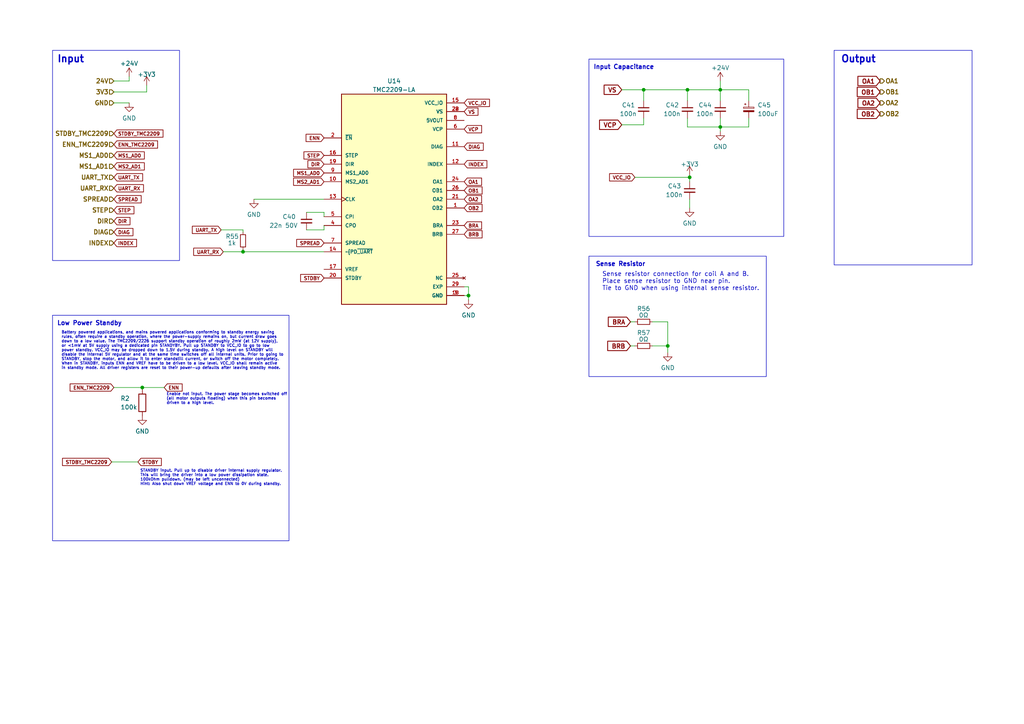
<source format=kicad_sch>
(kicad_sch (version 20230121) (generator eeschema)
  (paper "A4")
  (lib_symbols
    (symbol "Device:C_Polarized_Small" (pin_numbers hide) (pin_names (offset 0.254) hide)
      (property "Reference" "C" (at 0.254 1.778 0))
      (property "Value" "C_Polarized_Small" (at 0.254 -2.032 0))
      (symbol "C_Polarized_Small_0_1"
        (rectangle (start -1.524 -0.3048) (end 1.524 -0.6858) (fill (type outline)))
        (rectangle (start -1.524 0.6858) (end 1.524 0.3048))
        (polyline (pts (xy -1.27 1.524) (xy -0.762 1.524)))
        (polyline (pts (xy -1.016 1.27) (xy -1.016 1.778)))
      )
      (symbol "C_Polarized_Small_1_1"
        (pin passive line (at 0 2.54 270) (length 1.8542) (name "~") (number "1"))
        (pin passive line (at 0 -2.54 90) (length 1.8542) (name "~") (number "2"))
      )
    )
    (symbol "Device:C_Small" (pin_numbers hide) (pin_names (offset 0.254) hide)
      (property "Reference" "C" (at 0.254 1.778 0))
      (property "Value" "C_Small" (at 0.254 -2.032 0))
      (symbol "C_Small_0_1"
        (polyline (pts (xy -1.524 -0.508) (xy 1.524 -0.508)) (stroke (width 0.3302)))
        (polyline (pts (xy -1.524 0.508) (xy 1.524 0.508)) (stroke (width 0.3048)))
      )
      (symbol "C_Small_1_1"
        (pin passive line (at 0 2.54 270) (length 2.032) (name "~") (number "1"))
        (pin passive line (at 0 -2.54 90) (length 2.032) (name "~") (number "2"))
      )
    )
    (symbol "Device:R" (pin_numbers hide) (pin_names (offset 0))
      (property "Reference" "R" (at 2.032 0 90))
      (property "Value" "R" (at 0 0 90))
      (symbol "R_0_1"
        (rectangle (start -1.016 -2.54) (end 1.016 2.54) (stroke (width 0.254)))
      )
      (symbol "R_1_1"
        (pin passive line (at 0 3.81 270) (length 1.27) (name "~") (number "1"))
        (pin passive line (at 0 -3.81 90) (length 1.27) (name "~") (number "2"))
      )
    )
    (symbol "Device:R_Small" (pin_numbers hide) (pin_names (offset 0.254) hide)
      (property "Reference" "R" (at 0.762 0.508 0))
      (property "Value" "R_Small" (at 0.762 -1.016 0))
      (symbol "R_Small_0_1"
        (rectangle (start -0.762 1.778) (end 0.762 -1.778) (stroke (width 0.2032)))
      )
      (symbol "R_Small_1_1"
        (pin passive line (at 0 2.54 270) (length 0.762) (name "~") (number "1"))
        (pin passive line (at 0 -2.54 90) (length 0.762) (name "~") (number "2"))
      )
    )
    (symbol "TMC2209-LA:TMC2209-LA" (pin_names (offset 1.016))
      (property "Reference" "U" (at -15.24 30.48 0))
      (property "Value" "TMC2209-LA" (at -15.24 -33.02 0))
      (symbol "TMC2209-LA_0_0"
        (rectangle (start -15.24 -30.48) (end 15.24 30.48) (stroke (width 0.254)) (fill (type background)))
        (pin output line (at 20.32 -2.54 180) (length 5.08) (name "OB2") (number "1"))
        (pin input line (at -20.32 5.08 0) (length 5.08) (name "MS2_AD1") (number "10"))
        (pin output line (at 20.32 15.24 180) (length 5.08) (name "DIAG") (number "11"))
        (pin output line (at 20.32 10.16 180) (length 5.08) (name "INDEX") (number "12"))
        (pin input clock (at -20.32 0 0) (length 5.08) (name "CLK") (number "13"))
        (pin bidirectional line (at -20.32 -15.24 0) (length 5.08) (name "~{PD~{_UART}") (number "14"))
        (pin power_in line (at 20.32 27.94 180) (length 5.08) (name "VCC_IO") (number "15"))
        (pin input line (at -20.32 12.7 0) (length 5.08) (name "STEP") (number "16"))
        (pin input line (at -20.32 -20.32 0) (length 5.08) (name "VREF") (number "17"))
        (pin power_in line (at 20.32 -27.94 180) (length 5.08) (name "GND") (number "18"))
        (pin input line (at -20.32 10.16 0) (length 5.08) (name "DIR") (number "19"))
        (pin input line (at -20.32 17.78 0) (length 5.08) (name "~{EN}") (number "2"))
        (pin input line (at -20.32 -22.86 0) (length 5.08) (name "STDBY") (number "20"))
        (pin output line (at 20.32 0 180) (length 5.08) (name "OA2") (number "21"))
        (pin power_in line (at 20.32 25.4 180) (length 5.08) (name "VS") (number "22"))
        (pin bidirectional line (at 20.32 -7.62 180) (length 5.08) (name "BRA") (number "23"))
        (pin output line (at 20.32 5.08 180) (length 5.08) (name "OA1") (number "24"))
        (pin no_connect line (at 20.32 -22.86 180) (length 5.08) (name "NC") (number "25"))
        (pin output line (at 20.32 2.54 180) (length 5.08) (name "OB1") (number "26"))
        (pin bidirectional line (at 20.32 -10.16 180) (length 5.08) (name "BRB") (number "27"))
        (pin power_in line (at 20.32 25.4 180) (length 5.08) (name "VS") (number "28"))
        (pin power_in line (at 20.32 -25.4 180) (length 5.08) (name "EXP") (number "29"))
        (pin power_in line (at 20.32 -27.94 180) (length 5.08) (name "GND") (number "3"))
        (pin output line (at -20.32 -7.62 0) (length 5.08) (name "CPO") (number "4"))
        (pin input line (at -20.32 -5.08 0) (length 5.08) (name "CPI") (number "5"))
        (pin power_in line (at 20.32 20.32 180) (length 5.08) (name "VCP") (number "6"))
        (pin input line (at -20.32 -12.7 0) (length 5.08) (name "SPREAD") (number "7"))
        (pin power_in line (at 20.32 22.86 180) (length 5.08) (name "5VOUT") (number "8"))
        (pin input line (at -20.32 7.62 0) (length 5.08) (name "MS1_AD0") (number "9"))
      )
    )
    (symbol "power:+24V" (power) (pin_names (offset 0))
      (property "Value" "+24V" (at 0 3.556 0))
      (symbol "+24V_0_1"
        (polyline (pts (xy -0.762 1.27) (xy 0 2.54)))
        (polyline (pts (xy 0 0) (xy 0 2.54)))
        (polyline (pts (xy 0 2.54) (xy 0.762 1.27)))
      )
      (symbol "+24V_1_1"
        (pin power_in line (at 0 0 90) (length 0) hide (name "+24V") (number "1"))
      )
    )
    (symbol "power:+3V3" (power) (pin_names (offset 0))
      (property "Value" "+3V3" (at 0 3.556 0))
      (symbol "+3V3_0_1"
        (polyline (pts (xy -0.762 1.27) (xy 0 2.54)))
        (polyline (pts (xy 0 0) (xy 0 2.54)))
        (polyline (pts (xy 0 2.54) (xy 0.762 1.27)))
      )
      (symbol "+3V3_1_1"
        (pin power_in line (at 0 0 90) (length 0) hide (name "+3V3") (number "1"))
      )
    )
    (symbol "power:GND" (power) (pin_names (offset 0))
      (property "Value" "GND" (at 0 -3.81 0))
      (symbol "GND_0_1"
        (polyline (pts (xy 0 0) (xy 0 -1.27) (xy 1.27 -1.27) (xy 0 -2.54) (xy -1.27 -1.27) (xy 0 -1.27)))
      )
      (symbol "GND_1_1"
        (pin power_in line (at 0 0 270) (length 0) hide (name "GND") (number "1"))
      )
    )
  )
  (junction (at 186.69 26.035))
  (junction (at 208.915 26.035))
  (junction (at 200.025 51.435))
  (junction (at 135.89 85.725))
  (junction (at 70.485 73.025))
  (junction (at 41.275 112.395))
  (junction (at 208.915 36.83))
  (junction (at 193.675 100.33))
  (junction (at 199.39 26.035))
  (wire (pts (xy 70.485 73.025) (xy 93.98 73.025)))
  (wire (pts (xy 208.915 34.29) (xy 208.915 36.83)))
  (wire (pts (xy 93.98 65.405) (xy 93.98 66.675)))
  (wire (pts (xy 135.89 85.725) (xy 134.62 85.725)))
  (wire (pts (xy 33.02 29.845) (xy 37.465 29.845)))
  (wire (pts (xy 70.485 66.675) (xy 64.135 66.675)))
  (wire (pts (xy 37.465 23.495) (xy 33.02 23.495)))
  (wire (pts (xy 184.15 51.435) (xy 200.025 51.435)))
  (wire (pts (xy 200.025 51.435) (xy 200.025 52.705)))
  (wire (pts (xy 93.98 61.595) (xy 93.98 62.865)))
  (wire (pts (xy 70.485 72.39) (xy 70.485 73.025)))
  (wire (pts (xy 93.98 66.675) (xy 88.9 66.675)))
  (wire (pts (xy 135.89 86.995) (xy 135.89 85.725)))
  (wire (pts (xy 208.915 26.035) (xy 208.915 29.21)))
  (wire (pts (xy 186.69 34.29) (xy 186.69 36.195)))
  (wire (pts (xy 193.675 100.33) (xy 193.675 102.235)))
  (wire (pts (xy 135.89 83.185) (xy 135.89 85.725)))
  (wire (pts (xy 199.39 34.29) (xy 199.39 36.83)))
  (wire (pts (xy 217.17 29.21) (xy 217.17 26.035)))
  (wire (pts (xy 64.77 73.025) (xy 70.485 73.025)))
  (wire (pts (xy 32.385 133.985) (xy 40.005 133.985)))
  (wire (pts (xy 200.025 57.785) (xy 200.025 60.325)))
  (wire (pts (xy 186.69 26.035) (xy 186.69 29.21)))
  (wire (pts (xy 193.675 93.345) (xy 193.675 100.33)))
  (wire (pts (xy 88.9 61.595) (xy 93.98 61.595)))
  (wire (pts (xy 208.915 36.83) (xy 217.17 36.83)))
  (wire (pts (xy 134.62 83.185) (xy 135.89 83.185)))
  (wire (pts (xy 42.545 24.765) (xy 42.545 26.67)))
  (wire (pts (xy 186.69 26.035) (xy 180.34 26.035)))
  (wire (pts (xy 199.39 29.21) (xy 199.39 26.035)))
  (wire (pts (xy 33.02 112.395) (xy 41.275 112.395)))
  (wire (pts (xy 208.915 23.495) (xy 208.915 26.035)))
  (wire (pts (xy 189.23 93.345) (xy 193.675 93.345)))
  (wire (pts (xy 41.275 112.395) (xy 47.625 112.395)))
  (wire (pts (xy 41.275 113.03) (xy 41.275 112.395)))
  (wire (pts (xy 199.39 36.83) (xy 208.915 36.83)))
  (wire (pts (xy 182.88 93.345) (xy 184.15 93.345)))
  (wire (pts (xy 199.39 26.035) (xy 186.69 26.035)))
  (wire (pts (xy 208.915 36.83) (xy 208.915 38.1)))
  (wire (pts (xy 189.23 100.33) (xy 193.675 100.33)))
  (wire (pts (xy 186.69 36.195) (xy 180.34 36.195)))
  (wire (pts (xy 33.02 26.67) (xy 42.545 26.67)))
  (wire (pts (xy 208.915 26.035) (xy 199.39 26.035)))
  (wire (pts (xy 217.17 36.83) (xy 217.17 34.29)))
  (wire (pts (xy 37.465 22.225) (xy 37.465 23.495)))
  (wire (pts (xy 182.88 100.33) (xy 184.15 100.33)))
  (wire (pts (xy 208.915 26.035) (xy 217.17 26.035)))
  (wire (pts (xy 200.025 51.435) (xy 200.025 50.8)))
  (wire (pts (xy 73.66 57.785) (xy 93.98 57.785)))
  (wire (pts (xy 70.485 67.31) (xy 70.485 66.675)))
  (rectangle (start 170.815 74.295) (end 222.25 109.22))
  (rectangle (start 241.935 14.605) (end 281.94 76.835))
  (rectangle (start 15.24 14.605) (end 52.07 75.565))
  (rectangle (start 170.815 17.145) (end 227.33 68.58))
  (rectangle (start 15.24 91.44) (end 83.82 156.845))
  (text "STANDBY input. Pull up to disable driver internal supply regulator.\nThis will bring the driver into a low power dissipation state.\n100kOhm pulldown. (may be left unconnected)\nHint: Also shut down VREF voltage and ENN to 0V during standby." (at 40.64 140.97 0) (effects (font (size 0.8 0.8)) (justify left bottom)))
  (text "Enable not input. The power stage becomes switched off\n(all motor outputs floating) when this pin becomes\ndriven to a high level." (at 48.26 117.475 0) (effects (font (size 0.8 0.8)) (justify left bottom)))
  (text "Output" (at 243.84 18.415 0) (effects (font (size 2 2) (thickness 0.4) bold) (justify left bottom)))
  (text "Input Capacitance" (at 172.085 20.32 0) (effects (font (size 1.27 1.27) bold) (justify left bottom)))
  (text "Input" (at 16.51 18.415 0) (effects (font (size 2 2) (thickness 0.4) bold) (justify left bottom)))
  (text "Battery powered applications, and mains powered applications conforming to standby energy saving\nrules, often require a standby operation, where the power-supply remains on, but current draw goes\ndown to a low value. The TMC2209/2226 support standby operation of roughly 2mW (at 12V supply),\nor <1mW at 5V supply using a dedicated pin STANDYBY. Pull up STANDBY to VCC_IO to go to low\npower standby. VCC_IO may be dropped down to 1.5V during standby. A high level on STANDBY will\ndisable the internal 5V regulator and at the same time switches off all internal units. Prior to going to\nSTANDBY, stop the motor, and allow it to enter standstill current, or switch off the motor completely.\nWhen in STANDBY, inputs ENN and VREF have to be driven to a low level. VCC_IO shall remain active\nin standby mode. All driver registers are reset to their power-up defaults after leaving standby mode." (at 17.78 107.315 0) (effects (font (size 0.8 0.8)) (justify left bottom)))
  (text "Low Power Standby" (at 16.51 94.615 0) (effects (font (size 1.27 1.27) bold) (justify left bottom)))
  (text "Sense Resistor" (at 172.72 77.47 0) (effects (font (size 1.27 1.27) bold) (justify left bottom)))
  (text "Sense resistor connection for coil A and B.\nPlace sense resistor to GND near pin.\nTie to GND when using internal sense resistor." (at 174.625 84.455 0) (effects (font (size 1.27 1.27)) (justify left bottom)))
  (global_label "VS" (shape input) (at 180.34 26.035 180) (effects (font bold)) (property "Intersheetrefs" "${INTERSHEET_REFS}" (effects hide)))
  (global_label "ENN" (shape input) (at 93.98 40.005 180) (effects (font (size 1 1) bold)) (property "Intersheetrefs" "${INTERSHEET_REFS}" (effects hide)))
  (global_label "DIAG" (shape input) (at 134.62 42.545 0) (effects (font (size 1 1) bold)) (property "Intersheetrefs" "${INTERSHEET_REFS}" (effects hide)))
  (global_label "UART_RX" (shape input) (at 33.02 54.61 0) (effects (font (size 1 1) bold)) (property "Intersheetrefs" "${INTERSHEET_REFS}" (effects hide)))
  (global_label "INDEX" (shape input) (at 134.62 47.625 0) (effects (font (size 1 1) bold)) (property "Intersheetrefs" "${INTERSHEET_REFS}" (effects hide)))
  (global_label "UART_TX" (shape input) (at 33.02 51.435 0) (effects (font (size 1 1) bold)) (property "Intersheetrefs" "${INTERSHEET_REFS}" (effects hide)))
  (global_label "BRB" (shape input) (at 182.88 100.33 180) (effects (font bold)) (property "Intersheetrefs" "${INTERSHEET_REFS}" (effects hide)))
  (global_label "DIAG" (shape input) (at 33.02 67.31 0) (effects (font (size 1 1) bold)) (property "Intersheetrefs" "${INTERSHEET_REFS}" (effects hide)))
  (global_label "OB2" (shape input) (at 255.27 33.02 180) (effects (font bold)) (property "Intersheetrefs" "${INTERSHEET_REFS}" (effects hide)))
  (global_label "VCP" (shape input) (at 134.62 37.465 0) (effects (font (size 1 1) bold)) (property "Intersheetrefs" "${INTERSHEET_REFS}" (effects hide)))
  (global_label "INDEX" (shape input) (at 33.02 70.485 0) (effects (font (size 1 1) bold)) (property "Intersheetrefs" "${INTERSHEET_REFS}" (effects hide)))
  (global_label "VCP" (shape input) (at 180.34 36.195 180) (effects (font bold)) (property "Intersheetrefs" "${INTERSHEET_REFS}" (effects hide)))
  (global_label "BRB" (shape input) (at 134.62 67.945 0) (effects (font (size 1 1) bold)) (property "Intersheetrefs" "${INTERSHEET_REFS}" (effects hide)))
  (global_label "STEP" (shape input) (at 33.02 60.96 0) (effects (font (size 1 1) bold)) (property "Intersheetrefs" "${INTERSHEET_REFS}" (effects hide)))
  (global_label "MS2_AD1" (shape input) (at 93.98 52.705 180) (effects (font (size 1 1) bold)) (property "Intersheetrefs" "${INTERSHEET_REFS}" (effects hide)))
  (global_label "BRA" (shape input) (at 182.88 93.345 180) (effects (font bold)) (property "Intersheetrefs" "${INTERSHEET_REFS}" (effects hide)))
  (global_label "UART_TX" (shape input) (at 64.135 66.675 180) (effects (font (size 1 1) bold)) (property "Intersheetrefs" "${INTERSHEET_REFS}" (effects hide)))
  (global_label "OA2" (shape input) (at 134.62 57.785 0) (effects (font (size 1 1) bold)) (property "Intersheetrefs" "${INTERSHEET_REFS}" (effects hide)))
  (global_label "OA1" (shape input) (at 134.62 52.705 0) (effects (font (size 1 1) bold)) (property "Intersheetrefs" "${INTERSHEET_REFS}" (effects hide)))
  (global_label "SPREAD" (shape input) (at 93.98 70.485 180) (effects (font (size 1 1) bold)) (property "Intersheetrefs" "${INTERSHEET_REFS}" (effects hide)))
  (global_label "ENN_TMC2209" (shape input) (at 33.02 112.395 180) (effects (font (size 1 1) bold)) (property "Intersheetrefs" "${INTERSHEET_REFS}" (effects hide)))
  (global_label "VS" (shape input) (at 134.62 32.385 0) (effects (font (size 1 1) bold)) (property "Intersheetrefs" "${INTERSHEET_REFS}" (effects hide)))
  (global_label "OA1" (shape input) (at 255.27 23.495 180) (effects (font bold)) (property "Intersheetrefs" "${INTERSHEET_REFS}" (effects hide)))
  (global_label "OA2" (shape input) (at 255.27 29.845 180) (effects (font bold)) (property "Intersheetrefs" "${INTERSHEET_REFS}" (effects hide)))
  (global_label "STDBY_TMC2209" (shape input) (at 32.385 133.985 180) (effects (font (size 1 1) bold)) (property "Intersheetrefs" "${INTERSHEET_REFS}" (effects hide)))
  (global_label "STDBY" (shape input) (at 40.005 133.985 0) (effects (font (size 1 1) bold)) (property "Intersheetrefs" "${INTERSHEET_REFS}" (effects hide)))
  (global_label "SPREAD" (shape input) (at 33.02 57.785 0) (effects (font (size 1 1) bold)) (property "Intersheetrefs" "${INTERSHEET_REFS}" (effects hide)))
  (global_label "ENN_TMC2209" (shape input) (at 33.02 41.91 0) (effects (font (size 1 1) bold)) (property "Intersheetrefs" "${INTERSHEET_REFS}" (effects hide)))
  (global_label "OB1" (shape input) (at 134.62 55.245 0) (effects (font (size 1 1) bold)) (property "Intersheetrefs" "${INTERSHEET_REFS}" (effects hide)))
  (global_label "STDBY_TMC2209" (shape input) (at 33.02 38.735 0) (effects (font (size 1 1) bold)) (property "Intersheetrefs" "${INTERSHEET_REFS}" (effects hide)))
  (global_label "VCC_IO" (shape input) (at 134.62 29.845 0) (effects (font (size 1 1) bold)) (property "Intersheetrefs" "${INTERSHEET_REFS}" (effects hide)))
  (global_label "MS1_AD0" (shape input) (at 33.02 45.085 0) (effects (font (size 1 1) bold)) (property "Intersheetrefs" "${INTERSHEET_REFS}" (effects hide)))
  (global_label "UART_RX" (shape input) (at 64.77 73.025 180) (effects (font (size 1 1) bold)) (property "Intersheetrefs" "${INTERSHEET_REFS}" (effects hide)))
  (global_label "OB1" (shape input) (at 255.27 26.67 180) (effects (font bold)) (property "Intersheetrefs" "${INTERSHEET_REFS}" (effects hide)))
  (global_label "VCC_IO" (shape input) (at 184.15 51.435 180) (effects (font (size 1 1) bold)) (property "Intersheetrefs" "${INTERSHEET_REFS}" (effects hide)))
  (global_label "DIR" (shape input) (at 93.98 47.625 180) (effects (font (size 1 1) bold)) (property "Intersheetrefs" "${INTERSHEET_REFS}" (effects hide)))
  (global_label "MS1_AD0" (shape input) (at 93.98 50.165 180) (effects (font (size 1 1) bold)) (property "Intersheetrefs" "${INTERSHEET_REFS}" (effects hide)))
  (global_label "STEP" (shape input) (at 93.98 45.085 180) (effects (font (size 1 1) bold)) (property "Intersheetrefs" "${INTERSHEET_REFS}" (effects hide)))
  (global_label "DIR" (shape input) (at 33.02 64.135 0) (effects (font (size 1 1) bold)) (property "Intersheetrefs" "${INTERSHEET_REFS}" (effects hide)))
  (global_label "STDBY" (shape input) (at 93.98 80.645 180) (effects (font (size 1 1) bold)) (property "Intersheetrefs" "${INTERSHEET_REFS}" (effects hide)))
  (global_label "BRA" (shape input) (at 134.62 65.405 0) (effects (font (size 1 1) bold)) (property "Intersheetrefs" "${INTERSHEET_REFS}" (effects hide)))
  (global_label "ENN" (shape input) (at 47.625 112.395 0) (effects (font (size 1 1) bold)) (property "Intersheetrefs" "${INTERSHEET_REFS}" (effects hide)))
  (global_label "MS2_AD1" (shape input) (at 33.02 48.26 0) (effects (font (size 1 1) bold)) (property "Intersheetrefs" "${INTERSHEET_REFS}" (effects hide)))
  (global_label "OB2" (shape input) (at 134.62 60.325 0) (effects (font (size 1 1) bold)) (property "Intersheetrefs" "${INTERSHEET_REFS}" (effects hide)))
  (hierarchical_label "DIAG" (shape input) (at 33.02 67.31 180) (effects (font bold)))
  (hierarchical_label "OA1" (shape output) (at 255.27 23.495 0) (effects (font bold)))
  (hierarchical_label "MS1_AD1" (shape input) (at 33.02 48.26 180) (effects (font bold)))
  (hierarchical_label "3V3" (shape input) (at 33.02 26.67 180) (effects (font bold)))
  (hierarchical_label "STEP" (shape input) (at 33.02 60.96 180) (effects (font bold)))
  (hierarchical_label "UART_TX" (shape input) (at 33.02 51.435 180) (effects (font bold)))
  (hierarchical_label "INDEX" (shape input) (at 33.02 70.485 180) (effects (font bold)))
  (hierarchical_label "STDBY_TMC2209" (shape input) (at 33.02 38.735 180) (effects (font bold)))
  (hierarchical_label "OA2" (shape output) (at 255.27 29.845 0) (effects (font bold)))
  (hierarchical_label "ENN_TMC2209" (shape input) (at 33.02 41.91 180) (effects (font bold)))
  (hierarchical_label "OB1" (shape output) (at 255.27 26.67 0) (effects (font bold)))
  (hierarchical_label "GND" (shape input) (at 33.02 29.845 180) (effects (font bold)))
  (hierarchical_label "UART_RX" (shape input) (at 33.02 54.61 180) (effects (font bold)))
  (hierarchical_label "24V" (shape input) (at 33.02 23.495 180) (effects (font bold)))
  (hierarchical_label "DIR" (shape input) (at 33.02 64.135 180) (effects (font bold)))
  (hierarchical_label "SPREAD" (shape input) (at 33.02 57.785 180) (effects (font bold)))
  (hierarchical_label "MS1_AD0" (shape input) (at 33.02 45.085 180) (effects (font bold)))
  (hierarchical_label "OB2" (shape output) (at 255.27 33.02 0) (effects (font bold)))
  (symbol (lib_id "power:+24V") (at 37.465 22.225 0) (unit 1)
    (property "Reference" "#PWR0111" (effects hide))
    (property "Value" "+24V" (at 37.465 18.415 0))
    (instances (project "Drawer_Controller" (path "" (reference "#PWR0132") (unit 1)) (path "" (reference "#PWR0120") (unit 1))))
  )
  (symbol (lib_id "Device:C_Small") (at 186.69 31.75 0) (unit 1)
    (property "Reference" "C38" (at 180.34 30.48 0) (effects (justify left)))
    (property "Value" "100n" (at 179.705 33.02 0) (effects (justify left)))
    (instances (project "Drawer_Controller" (path "" (reference "C41") (unit 1)) (path "" (reference "C35") (unit 1))))
  )
  (symbol (lib_id "Device:C_Small") (at 200.025 55.245 0) (unit 1)
    (property "Reference" "C37" (at 193.675 53.975 0) (effects (justify left)))
    (property "Value" "100n" (at 193.04 56.515 0) (effects (justify left)))
    (instances (project "Drawer_Controller" (path "" (reference "C43") (unit 1)) (path "" (reference "C37") (unit 1))))
  )
  (symbol (lib_id "Device:C_Small") (at 88.9 64.135 0) (unit 1)
    (property "Reference" "C34" (at 81.915 62.865 0) (effects (justify left)))
    (property "Value" "22n 50V" (at 78.105 65.405 0) (effects (justify left)))
    (instances (project "Drawer_Controller" (path "" (reference "C40") (unit 1)) (path "" (reference "C34") (unit 1))))
  )
  (symbol (lib_id "power:GND") (at 208.915 38.1 0) (unit 1)
    (property "Reference" "#PWR0117" (effects hide))
    (property "Value" "GND" (at 208.915 42.545 0))
    (instances (project "Drawer_Controller" (path "" (reference "#PWR0145") (unit 1)) (path "" (reference "#PWR0131") (unit 1))))
  )
  (symbol (lib_id "Device:C_Small") (at 199.39 31.75 0) (unit 1)
    (property "Reference" "C35" (at 193.04 30.48 0) (effects (justify left)))
    (property "Value" "100n" (at 192.405 33.02 0) (effects (justify left)))
    (instances (project "Drawer_Controller" (path "" (reference "C42") (unit 1)) (path "" (reference "C36") (unit 1))))
  )
  (symbol (lib_id "power:GND") (at 200.025 60.325 0) (unit 1)
    (property "Reference" "#PWR0119" (effects hide))
    (property "Value" "GND" (at 200.025 64.77 0))
    (instances (project "Drawer_Controller" (path "" (reference "#PWR0143") (unit 1)) (path "" (reference "#PWR0129") (unit 1))))
  )
  (symbol (lib_id "power:GND") (at 135.89 86.995 0) (unit 1)
    (property "Reference" "#PWR0112" (effects hide))
    (property "Value" "GND" (at 135.89 91.44 0))
    (instances (project "Drawer_Controller" (path "" (reference "#PWR0140") (unit 1)) (path "" (reference "#PWR0126") (unit 1))))
  )
  (symbol (lib_id "TMC2209-LA:TMC2209-LA") (at 114.3 57.785 0) (unit 1)
    (property "Reference" "U13" (at 114.3 23.495 0))
    (property "Value" "TMC2209-LA" (at 114.3 26.035 0))
    (property "Footprint" "QFN50P500X500X90-29N" (effects hide))
    (property "PARTREV" "1.08" (effects hide))
    (property "STANDARD" "IPC-7351B" (effects hide))
    (property "SNAPEDA_PN" "TMC2209-LA" (effects hide))
    (property "MAXIMUM_PACKAGE_HEIGHT" "0.90mm" (effects hide))
    (property "MANUFACTURER" "Trinamic" (effects hide))
    (instances (project "Drawer_Controller" (path "" (reference "U14") (unit 1)) (path "" (reference "U13") (unit 1))))
  )
  (symbol (lib_id "Device:R_Small") (at 70.485 69.85 0) (unit 1)
    (property "Reference" "R53" (at 65.405 68.58 0) (effects (justify left)))
    (property "Value" "1k" (at 66.04 70.485 0) (effects (justify left)))
    (instances (project "Drawer_Controller" (path "" (reference "R55") (unit 1)) (path "" (reference "R51") (unit 1))))
  )
  (symbol (lib_id "Device:C_Small") (at 208.915 31.75 0) (unit 1)
    (property "Reference" "C36" (at 202.565 30.48 0) (effects (justify left)))
    (property "Value" "100n" (at 201.93 33.02 0) (effects (justify left)))
    (instances (project "Drawer_Controller" (path "" (reference "C44") (unit 1)) (path "" (reference "C38") (unit 1))))
  )
  (symbol (lib_id "power:GND") (at 193.675 102.235 0) (unit 1)
    (property "Reference" "#PWR0114" (effects hide))
    (property "Value" "GND" (at 193.675 106.68 0))
    (instances (project "Drawer_Controller" (path "" (reference "#PWR0141") (unit 1)) (path "" (reference "#PWR0127") (unit 1))))
  )
  (symbol (lib_id "Device:R") (at 41.275 116.84 0) (unit 1)
    (property "Reference" "R2" (at 34.925 115.57 0) (effects (justify left)))
    (property "Value" "100k" (at 34.925 118.11 0) (effects (justify left)))
    (property "Footprint" "Resistor_SMD:R_0805_2012Metric_Pad1.20x1.40mm_HandSolder" (effects hide))
    (instances (project "Drawer_Controller" (path "" (reference "R2") (unit 1)) (path "" (reference "R1") (unit 1)) (path "" (reference "R54") (unit 1)) (path "" (reference "R50") (unit 1))))
  )
  (symbol (lib_id "power:GND") (at 73.66 57.785 0) (unit 1)
    (property "Reference" "#PWR0120" (effects hide))
    (property "Value" "GND" (at 73.66 62.23 0))
    (instances (project "Drawer_Controller" (path "" (reference "#PWR0139") (unit 1)) (path "" (reference "#PWR0125") (unit 1))))
  )
  (symbol (lib_id "power:GND") (at 37.465 29.845 0) (unit 1)
    (property "Reference" "#PWR0107" (effects hide))
    (property "Value" "GND" (at 37.465 34.29 0))
    (instances (project "Drawer_Controller" (path "" (reference "#PWR0133") (unit 1)) (path "" (reference "#PWR0122") (unit 1))))
  )
  (symbol (lib_id "power:+3V3") (at 42.545 24.765 0) (unit 1)
    (property "Reference" "#PWR0106" (effects hide))
    (property "Value" "+3V3" (at 42.545 21.59 0))
    (instances (project "Drawer_Controller" (path "" (reference "#PWR0135") (unit 1)) (path "" (reference "#PWR0124") (unit 1))))
  )
  (symbol (lib_id "Device:R_Small") (at 186.69 100.33 270) (unit 1)
    (property "Reference" "R51" (at 186.69 96.52 90))
    (property "Value" "0Ω" (at 186.69 98.425 90))
    (instances (project "Drawer_Controller" (path "" (reference "R57") (unit 1)) (path "" (reference "R53") (unit 1))))
  )
  (symbol (lib_id "power:+24V") (at 208.915 23.495 0) (unit 1)
    (property "Reference" "#PWR0113" (effects hide))
    (property "Value" "+24V" (at 208.915 19.685 0))
    (instances (project "Drawer_Controller" (path "" (reference "#PWR0144") (unit 1)) (path "" (reference "#PWR0130") (unit 1))))
  )
  (symbol (lib_id "Device:R_Small") (at 186.69 93.345 270) (unit 1)
    (property "Reference" "R50" (at 186.69 89.535 90))
    (property "Value" "0Ω" (at 186.69 91.44 90))
    (instances (project "Drawer_Controller" (path "" (reference "R56") (unit 1)) (path "" (reference "R52") (unit 1))))
  )
  (symbol (lib_id "power:+3V3") (at 200.025 50.8 0) (unit 1)
    (property "Reference" "#PWR0123" (effects hide))
    (property "Value" "+3V3" (at 200.025 47.625 0))
    (instances (project "Drawer_Controller" (path "" (reference "#PWR0142") (unit 1)) (path "" (reference "#PWR0128") (unit 1))))
  )
  (symbol (lib_id "power:GND") (at 41.275 120.65 0) (unit 1)
    (property "Reference" "#PWR0118" (effects hide))
    (property "Value" "GND" (at 41.275 125.095 0))
    (instances (project "Drawer_Controller" (path "" (reference "#PWR0134") (unit 1)) (path "" (reference "#PWR0123") (unit 1))))
  )
  (symbol (lib_id "Device:C_Polarized_Small") (at 217.17 31.75 0) (unit 1)
    (property "Reference" "C39" (at 219.71 30.48 0) (effects (justify left)))
    (property "Value" "100uF" (at 219.71 33.02 0) (effects (justify left)))
    (instances (project "Drawer_Controller" (path "" (reference "C45") (unit 1)) (path "" (reference "C39") (unit 1))))
  )
)
</source>
